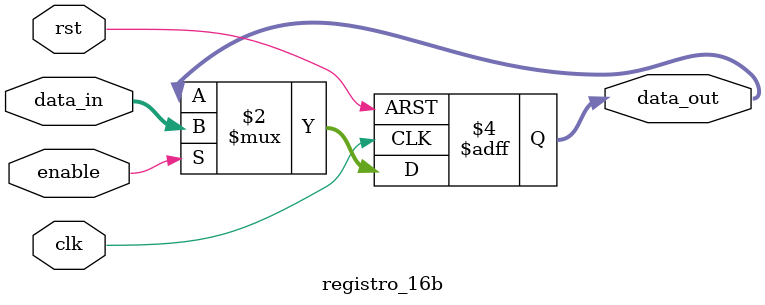
<source format=sv>
`timescale 1ns / 1ps

module registro_16b(
    input [15:0] data_in,
    input enable,
    input clk,
    input rst,
    output reg [15:0] data_out
);

always @(posedge clk or posedge rst) begin
    if (rst)
        data_out <= 16'd0;
    else if (enable)
        data_out <= data_in;
end

endmodule

</source>
